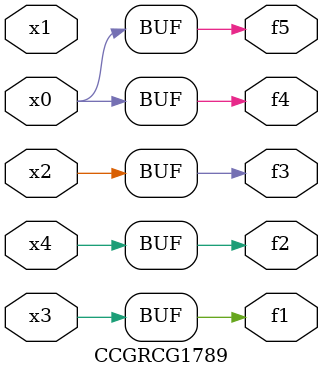
<source format=v>
module CCGRCG1789(
	input x0, x1, x2, x3, x4,
	output f1, f2, f3, f4, f5
);
	assign f1 = x3;
	assign f2 = x4;
	assign f3 = x2;
	assign f4 = x0;
	assign f5 = x0;
endmodule

</source>
